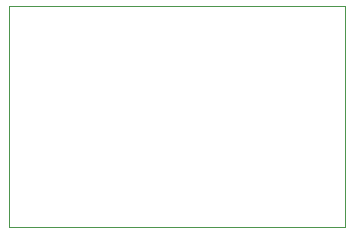
<source format=gbr>
%FSLAX46Y46*%
G04 Gerber Fmt 4.6, Leading zero omitted, Abs format (unit mm)*
G04 Created by KiCad (PCBNEW (2014-10-27 BZR 5228)-product) date 4/10/2015 6:23:41 PM*
%MOMM*%
G01*
G04 APERTURE LIST*
%ADD10C,0.100000*%
G04 APERTURE END LIST*
D10*
X13462000Y0D02*
X28448000Y0D01*
X0Y-18669000D02*
X0Y0D01*
X28448000Y-18669000D02*
X0Y-18669000D01*
X0Y0D02*
X13462000Y0D01*
X28448000Y0D02*
X28448000Y-18669000D01*
M02*

</source>
